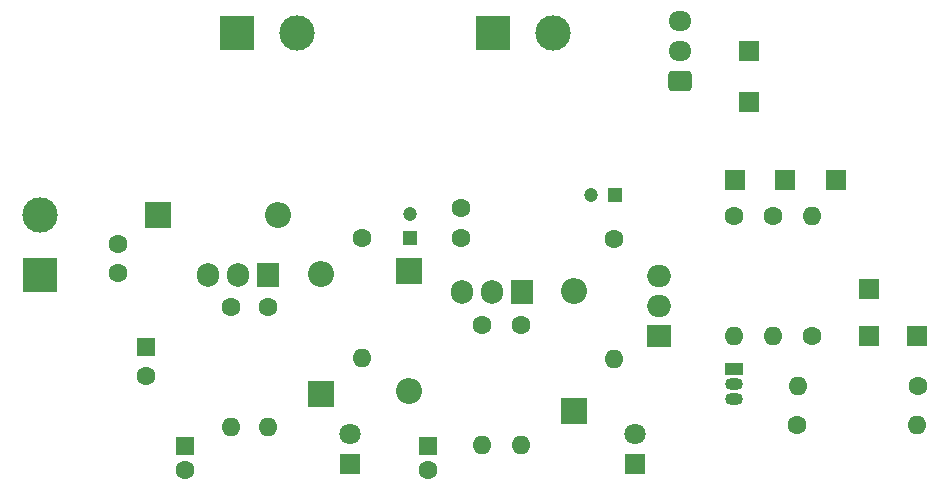
<source format=gbr>
%TF.GenerationSoftware,KiCad,Pcbnew,8.0.6*%
%TF.CreationDate,2024-11-28T23:01:37+02:00*%
%TF.ProjectId,elektro_bar,656c656b-7472-46f5-9f62-61722e6b6963,rev?*%
%TF.SameCoordinates,Original*%
%TF.FileFunction,Copper,L2,Bot*%
%TF.FilePolarity,Positive*%
%FSLAX46Y46*%
G04 Gerber Fmt 4.6, Leading zero omitted, Abs format (unit mm)*
G04 Created by KiCad (PCBNEW 8.0.6) date 2024-11-28 23:01:37*
%MOMM*%
%LPD*%
G01*
G04 APERTURE LIST*
G04 Aperture macros list*
%AMRoundRect*
0 Rectangle with rounded corners*
0 $1 Rounding radius*
0 $2 $3 $4 $5 $6 $7 $8 $9 X,Y pos of 4 corners*
0 Add a 4 corners polygon primitive as box body*
4,1,4,$2,$3,$4,$5,$6,$7,$8,$9,$2,$3,0*
0 Add four circle primitives for the rounded corners*
1,1,$1+$1,$2,$3*
1,1,$1+$1,$4,$5*
1,1,$1+$1,$6,$7*
1,1,$1+$1,$8,$9*
0 Add four rect primitives between the rounded corners*
20,1,$1+$1,$2,$3,$4,$5,0*
20,1,$1+$1,$4,$5,$6,$7,0*
20,1,$1+$1,$6,$7,$8,$9,0*
20,1,$1+$1,$8,$9,$2,$3,0*%
G04 Aperture macros list end*
%TA.AperFunction,ComponentPad*%
%ADD10R,2.000000X1.905000*%
%TD*%
%TA.AperFunction,ComponentPad*%
%ADD11O,2.000000X1.905000*%
%TD*%
%TA.AperFunction,ComponentPad*%
%ADD12R,1.700000X1.700000*%
%TD*%
%TA.AperFunction,ComponentPad*%
%ADD13R,1.600000X1.600000*%
%TD*%
%TA.AperFunction,ComponentPad*%
%ADD14C,1.600000*%
%TD*%
%TA.AperFunction,ComponentPad*%
%ADD15RoundRect,0.250000X0.725000X-0.600000X0.725000X0.600000X-0.725000X0.600000X-0.725000X-0.600000X0*%
%TD*%
%TA.AperFunction,ComponentPad*%
%ADD16O,1.950000X1.700000*%
%TD*%
%TA.AperFunction,ComponentPad*%
%ADD17R,1.905000X2.000000*%
%TD*%
%TA.AperFunction,ComponentPad*%
%ADD18O,1.905000X2.000000*%
%TD*%
%TA.AperFunction,ComponentPad*%
%ADD19O,1.600000X1.600000*%
%TD*%
%TA.AperFunction,ComponentPad*%
%ADD20O,1.500000X1.050000*%
%TD*%
%TA.AperFunction,ComponentPad*%
%ADD21R,1.500000X1.050000*%
%TD*%
%TA.AperFunction,ComponentPad*%
%ADD22R,3.000000X3.000000*%
%TD*%
%TA.AperFunction,ComponentPad*%
%ADD23C,3.000000*%
%TD*%
%TA.AperFunction,ComponentPad*%
%ADD24R,1.800000X1.800000*%
%TD*%
%TA.AperFunction,ComponentPad*%
%ADD25C,1.800000*%
%TD*%
%TA.AperFunction,ComponentPad*%
%ADD26R,2.200000X2.200000*%
%TD*%
%TA.AperFunction,ComponentPad*%
%ADD27O,2.200000X2.200000*%
%TD*%
%TA.AperFunction,ComponentPad*%
%ADD28R,1.200000X1.200000*%
%TD*%
%TA.AperFunction,ComponentPad*%
%ADD29C,1.200000*%
%TD*%
G04 APERTURE END LIST*
D10*
%TO.P,Q3,1,G*%
%TO.N,Net-(Q1-C)*%
X126746000Y-90678000D03*
D11*
%TO.P,Q3,2,D*%
%TO.N,Net-(J1-Pin_1)*%
X126746000Y-88138000D03*
%TO.P,Q3,3,S*%
%TO.N,GND*%
X126746000Y-85598000D03*
%TD*%
D12*
%TO.P,J4,1,Pin_1*%
%TO.N,GND*%
X134366000Y-70866000D03*
%TD*%
D13*
%TO.P,C7,1*%
%TO.N,+12V*%
X83362800Y-91536600D03*
D14*
%TO.P,C7,2*%
%TO.N,GND*%
X83362800Y-94036600D03*
%TD*%
D15*
%TO.P,J9,1,Pin_1*%
%TO.N,+5V*%
X128524000Y-69008000D03*
D16*
%TO.P,J9,2,Pin_2*%
%TO.N,Net-(J10-Pin_1)*%
X128524000Y-66508000D03*
%TO.P,J9,3,Pin_3*%
%TO.N,GND*%
X128524000Y-64008000D03*
%TD*%
D17*
%TO.P,U2,1,ADJ*%
%TO.N,Net-(D4-A)*%
X93680000Y-85468600D03*
D18*
%TO.P,U2,2,VO*%
%TO.N,+9V*%
X91140000Y-85468600D03*
%TO.P,U2,3,VI*%
%TO.N,+12V*%
X88600000Y-85468600D03*
%TD*%
D17*
%TO.P,U1,1,ADJ*%
%TO.N,Net-(D2-A)*%
X115200000Y-86868600D03*
D18*
%TO.P,U1,2,VO*%
%TO.N,+5V*%
X112660000Y-86868600D03*
%TO.P,U1,3,VI*%
%TO.N,+9V*%
X110120000Y-86868600D03*
%TD*%
D14*
%TO.P,R11,1*%
%TO.N,Net-(J12-Pin_1)*%
X139750800Y-90627200D03*
D19*
%TO.P,R11,2*%
%TO.N,GND*%
X139750800Y-80467200D03*
%TD*%
D14*
%TO.P,R10,1*%
%TO.N,Net-(J11-Pin_1)*%
X136448800Y-80467200D03*
D19*
%TO.P,R10,2*%
%TO.N,Net-(J12-Pin_1)*%
X136448800Y-90627200D03*
%TD*%
%TO.P,R9,2*%
%TO.N,Net-(J7-Pin_1)*%
X148651000Y-98130000D03*
D14*
%TO.P,R9,1*%
%TO.N,GND*%
X138491000Y-98130000D03*
%TD*%
D19*
%TO.P,R8,2*%
%TO.N,Net-(Q1-B)*%
X138513000Y-94828000D03*
D14*
%TO.P,R8,1*%
%TO.N,Net-(J7-Pin_1)*%
X148673000Y-94828000D03*
%TD*%
D19*
%TO.P,R7,2*%
%TO.N,Net-(Q1-C)*%
X133161000Y-90652000D03*
D14*
%TO.P,R7,1*%
%TO.N,Net-(J8-Pin_1)*%
X133161000Y-80492000D03*
%TD*%
%TO.P,R6,1*%
%TO.N,+5V*%
X122936000Y-82392600D03*
D19*
%TO.P,R6,2*%
%TO.N,Net-(D6-A)*%
X122936000Y-92552600D03*
%TD*%
D14*
%TO.P,R5,1*%
%TO.N,+9V*%
X101600000Y-82308600D03*
D19*
%TO.P,R5,2*%
%TO.N,Net-(D5-A)*%
X101600000Y-92468600D03*
%TD*%
D14*
%TO.P,R4,1*%
%TO.N,+9V*%
X90525000Y-88188600D03*
D19*
%TO.P,R4,2*%
%TO.N,Net-(D4-A)*%
X90525000Y-98348600D03*
%TD*%
D14*
%TO.P,R3,1*%
%TO.N,Net-(D4-A)*%
X93675000Y-88188600D03*
D19*
%TO.P,R3,2*%
%TO.N,GND*%
X93675000Y-98348600D03*
%TD*%
D14*
%TO.P,R2,1*%
%TO.N,Net-(D2-A)*%
X115062000Y-89688600D03*
D19*
%TO.P,R2,2*%
%TO.N,GND*%
X115062000Y-99848600D03*
%TD*%
%TO.P,R1,2*%
%TO.N,Net-(D2-A)*%
X111760000Y-99848600D03*
D14*
%TO.P,R1,1*%
%TO.N,+5V*%
X111760000Y-89688600D03*
%TD*%
D20*
%TO.P,Q1,3,E*%
%TO.N,GND*%
X133099000Y-96012000D03*
%TO.P,Q1,2,B*%
%TO.N,Net-(Q1-B)*%
X133099000Y-94742000D03*
D21*
%TO.P,Q1,1,C*%
%TO.N,Net-(Q1-C)*%
X133099000Y-93472000D03*
%TD*%
D12*
%TO.P,J12,1,Pin_1*%
%TO.N,Net-(J12-Pin_1)*%
X144587000Y-90605200D03*
%TD*%
%TO.P,J11,1,Pin_1*%
%TO.N,Net-(J11-Pin_1)*%
X137475000Y-77470000D03*
%TD*%
%TO.P,J10,1,Pin_1*%
%TO.N,Net-(J10-Pin_1)*%
X134366000Y-66548000D03*
%TD*%
%TO.P,J8,1,Pin_1*%
%TO.N,Net-(J8-Pin_1)*%
X133248400Y-77470000D03*
%TD*%
%TO.P,J7,1,Pin_1*%
%TO.N,Net-(J7-Pin_1)*%
X148651000Y-90605200D03*
%TD*%
%TO.P,J6,1,Pin_1*%
%TO.N,GND*%
X141732000Y-77470000D03*
%TD*%
D22*
%TO.P,J5,1,Pin_1*%
%TO.N,+9V*%
X91060000Y-65024000D03*
D23*
%TO.P,J5,2,Pin_2*%
%TO.N,GND*%
X96140000Y-65024000D03*
%TD*%
D22*
%TO.P,J3,1,Pin_1*%
%TO.N,+12V*%
X74400000Y-85468600D03*
D23*
%TO.P,J3,2,Pin_2*%
%TO.N,GND*%
X74400000Y-80388600D03*
%TD*%
D22*
%TO.P,J2,1,Pin_1*%
%TO.N,+5V*%
X112700000Y-65024000D03*
D23*
%TO.P,J2,2,Pin_2*%
%TO.N,GND*%
X117780000Y-65024000D03*
%TD*%
D12*
%TO.P,J1,1,Pin_1*%
%TO.N,Net-(J1-Pin_1)*%
X144576800Y-86642800D03*
%TD*%
D24*
%TO.P,D6,1,K*%
%TO.N,GND*%
X124714000Y-101447600D03*
D25*
%TO.P,D6,2,A*%
%TO.N,Net-(D6-A)*%
X124714000Y-98907600D03*
%TD*%
D24*
%TO.P,D5,1,K*%
%TO.N,GND*%
X100584000Y-101508600D03*
D25*
%TO.P,D5,2,A*%
%TO.N,Net-(D5-A)*%
X100584000Y-98968600D03*
%TD*%
D26*
%TO.P,D4,1,K*%
%TO.N,+9V*%
X98200000Y-95548600D03*
D27*
%TO.P,D4,2,A*%
%TO.N,Net-(D4-A)*%
X98200000Y-85388600D03*
%TD*%
D26*
%TO.P,D3,1,K*%
%TO.N,+12V*%
X84320000Y-80368600D03*
D27*
%TO.P,D3,2,A*%
%TO.N,+9V*%
X94480000Y-80368600D03*
%TD*%
D26*
%TO.P,D2,1,K*%
%TO.N,+5V*%
X119600000Y-96948600D03*
D27*
%TO.P,D2,2,A*%
%TO.N,Net-(D2-A)*%
X119600000Y-86788600D03*
%TD*%
D26*
%TO.P,D1,1,K*%
%TO.N,+9V*%
X105600000Y-85108600D03*
D27*
%TO.P,D1,2,A*%
%TO.N,+5V*%
X105600000Y-95268600D03*
%TD*%
D28*
%TO.P,C6,1*%
%TO.N,+9V*%
X105660000Y-82323600D03*
D29*
%TO.P,C6,2*%
%TO.N,GND*%
X105660000Y-80323600D03*
%TD*%
D14*
%TO.P,C5,2*%
%TO.N,GND*%
X86614000Y-101950600D03*
D13*
%TO.P,C5,1*%
%TO.N,Net-(D4-A)*%
X86614000Y-99950600D03*
%TD*%
D14*
%TO.P,C4,1*%
%TO.N,+12V*%
X81000000Y-85318600D03*
%TO.P,C4,2*%
%TO.N,GND*%
X81000000Y-82818600D03*
%TD*%
%TO.P,C3,1*%
%TO.N,+9V*%
X110000000Y-82318600D03*
%TO.P,C3,2*%
%TO.N,GND*%
X110000000Y-79818600D03*
%TD*%
D13*
%TO.P,C2,1*%
%TO.N,Net-(D2-A)*%
X107188000Y-99968600D03*
D14*
%TO.P,C2,2*%
%TO.N,GND*%
X107188000Y-101968600D03*
%TD*%
D28*
%TO.P,C1,1*%
%TO.N,+5V*%
X123019600Y-78740000D03*
D29*
%TO.P,C1,2*%
%TO.N,GND*%
X121019600Y-78740000D03*
%TD*%
M02*

</source>
